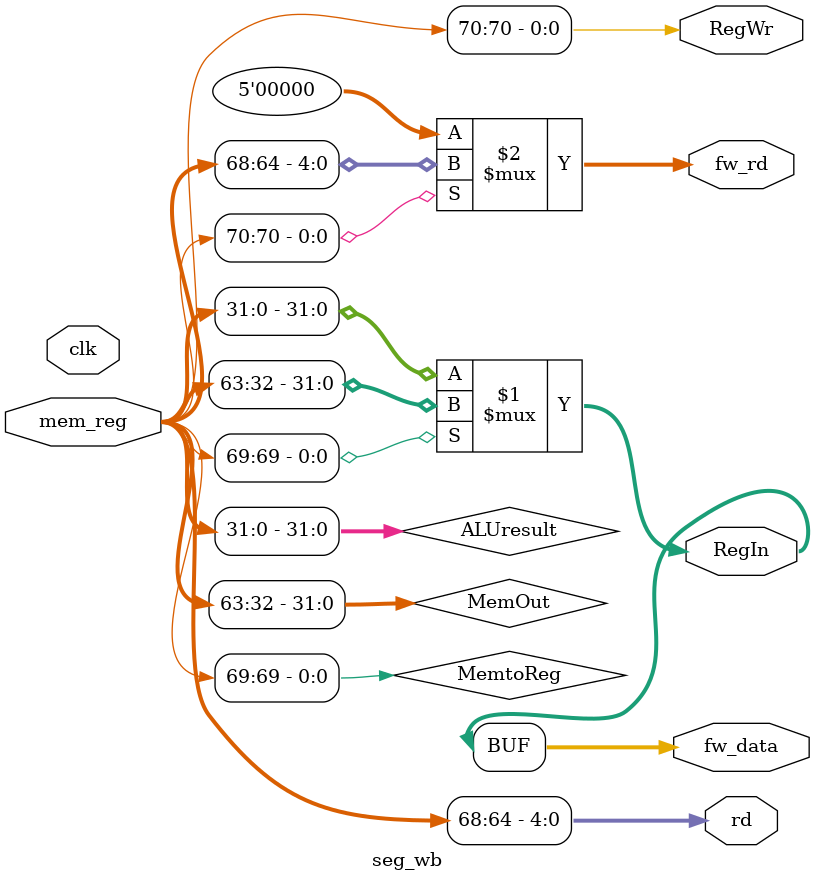
<source format=v>
`timescale 1ns / 1ps


module seg_wb(
    input clk,
    input [70:0] mem_reg,
    output RegWr,
    output [4:0] rd,
    output [31:0] RegIn,
    output [4:0] fw_rd,
    output [31:0] fw_data
    );

    wire MemtoReg;
    wire [31:0] MemOut, ALUresult;
    assign RegWr = mem_reg[70];
    assign MemtoReg = mem_reg[69];
    assign rd = mem_reg[68:64];
    assign MemOut = mem_reg[63:32];
    assign ALUresult = mem_reg[31:0];
    assign RegIn = MemtoReg ? MemOut : ALUresult;

    assign fw_rd = RegWr ? rd : 5'b0;
    assign fw_data = RegIn;
endmodule

</source>
